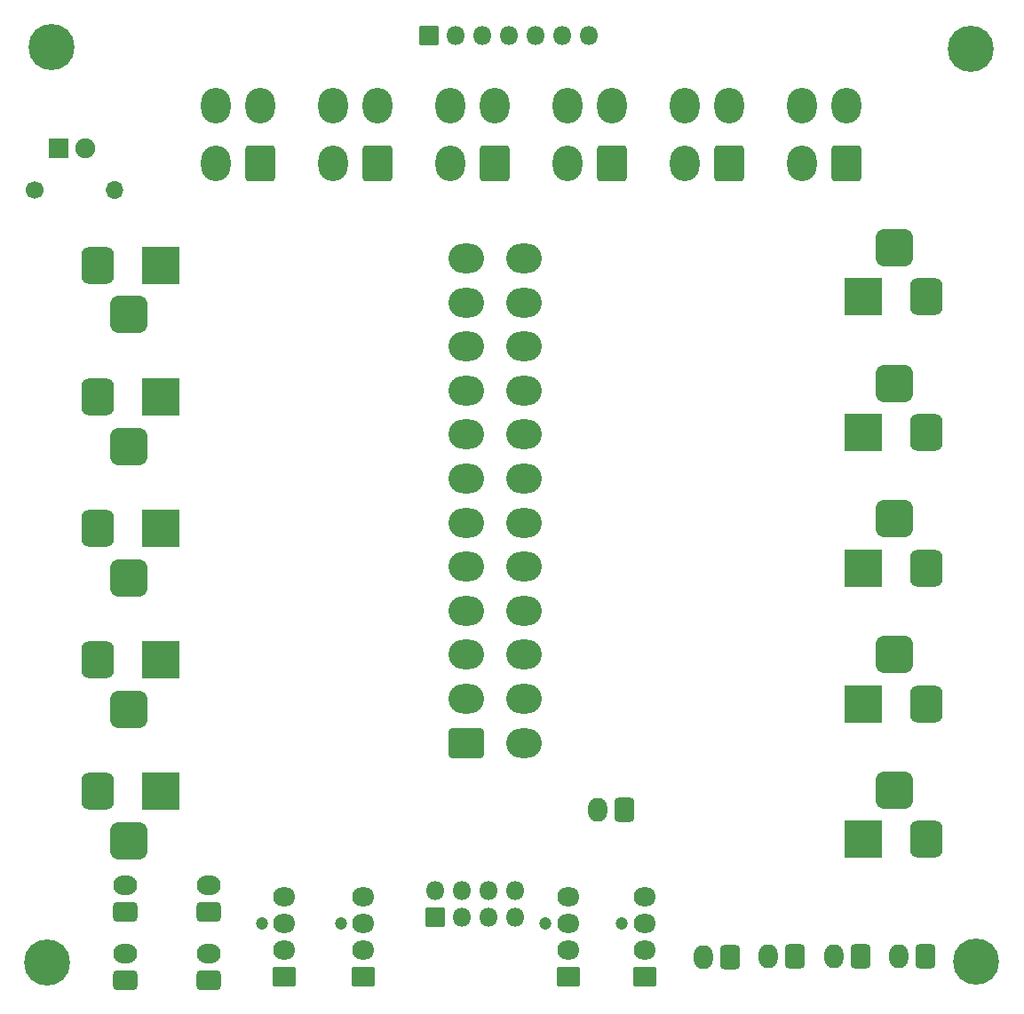
<source format=gbr>
%TF.GenerationSoftware,KiCad,Pcbnew,(6.0.9)*%
%TF.CreationDate,2023-01-10T01:38:09-09:00*%
%TF.ProjectId,ABSIS_Power Distribution Unit,41425349-535f-4506-9f77-657220446973,rev?*%
%TF.SameCoordinates,Original*%
%TF.FileFunction,Soldermask,Top*%
%TF.FilePolarity,Negative*%
%FSLAX46Y46*%
G04 Gerber Fmt 4.6, Leading zero omitted, Abs format (unit mm)*
G04 Created by KiCad (PCBNEW (6.0.9)) date 2023-01-10 01:38:09*
%MOMM*%
%LPD*%
G01*
G04 APERTURE LIST*
G04 Aperture macros list*
%AMRoundRect*
0 Rectangle with rounded corners*
0 $1 Rounding radius*
0 $2 $3 $4 $5 $6 $7 $8 $9 X,Y pos of 4 corners*
0 Add a 4 corners polygon primitive as box body*
4,1,4,$2,$3,$4,$5,$6,$7,$8,$9,$2,$3,0*
0 Add four circle primitives for the rounded corners*
1,1,$1+$1,$2,$3*
1,1,$1+$1,$4,$5*
1,1,$1+$1,$6,$7*
1,1,$1+$1,$8,$9*
0 Add four rect primitives between the rounded corners*
20,1,$1+$1,$2,$3,$4,$5,0*
20,1,$1+$1,$4,$5,$6,$7,0*
20,1,$1+$1,$6,$7,$8,$9,0*
20,1,$1+$1,$8,$9,$2,$3,0*%
G04 Aperture macros list end*
%ADD10RoundRect,0.050000X1.750000X1.750000X-1.750000X1.750000X-1.750000X-1.750000X1.750000X-1.750000X0*%
%ADD11RoundRect,0.800000X0.750000X1.000000X-0.750000X1.000000X-0.750000X-1.000000X0.750000X-1.000000X0*%
%ADD12RoundRect,0.925000X0.875000X0.875000X-0.875000X0.875000X-0.875000X-0.875000X0.875000X-0.875000X0*%
%ADD13RoundRect,0.050000X-1.750000X-1.750000X1.750000X-1.750000X1.750000X1.750000X-1.750000X1.750000X0*%
%ADD14RoundRect,0.800000X-0.750000X-1.000000X0.750000X-1.000000X0.750000X1.000000X-0.750000X1.000000X0*%
%ADD15RoundRect,0.925000X-0.875000X-0.875000X0.875000X-0.875000X0.875000X0.875000X-0.875000X0.875000X0*%
%ADD16RoundRect,0.300001X1.099999X1.399999X-1.099999X1.399999X-1.099999X-1.399999X1.099999X-1.399999X0*%
%ADD17O,2.800000X3.400000*%
%ADD18C,1.200000*%
%ADD19RoundRect,0.050000X1.015000X0.865000X-1.015000X0.865000X-1.015000X-0.865000X1.015000X-0.865000X0*%
%ADD20O,2.130000X1.830000*%
%ADD21RoundRect,0.300000X0.620000X0.845000X-0.620000X0.845000X-0.620000X-0.845000X0.620000X-0.845000X0*%
%ADD22O,1.840000X2.290000*%
%ADD23RoundRect,0.300001X1.399999X-1.099999X1.399999X1.099999X-1.399999X1.099999X-1.399999X-1.099999X0*%
%ADD24O,3.400000X2.800000*%
%ADD25RoundRect,0.050000X0.850000X-0.850000X0.850000X0.850000X-0.850000X0.850000X-0.850000X-0.850000X0*%
%ADD26O,1.800000X1.800000*%
%ADD27RoundRect,0.300000X0.845000X-0.620000X0.845000X0.620000X-0.845000X0.620000X-0.845000X-0.620000X0*%
%ADD28O,2.290000X1.840000*%
%ADD29RoundRect,0.050000X-0.900000X-0.900000X0.900000X-0.900000X0.900000X0.900000X-0.900000X0.900000X0*%
%ADD30C,1.900000*%
%ADD31C,1.700000*%
%ADD32O,1.700000X1.700000*%
%ADD33C,4.400000*%
G04 APERTURE END LIST*
D10*
%TO.C,J16*%
X81000000Y-27100000D03*
D11*
X87000000Y-27100000D03*
D12*
X84000000Y-22400000D03*
%TD*%
D10*
%TO.C,J17*%
X80975200Y-40028800D03*
D11*
X86975200Y-40028800D03*
D12*
X83975200Y-35328800D03*
%TD*%
D10*
%TO.C,J18*%
X80975200Y-52957600D03*
D11*
X86975200Y-52957600D03*
D12*
X83975200Y-48257600D03*
%TD*%
D10*
%TO.C,J19*%
X80975200Y-65886400D03*
D11*
X86975200Y-65886400D03*
D12*
X83975200Y-61186400D03*
%TD*%
D13*
%TO.C,J21*%
X14023600Y-24100000D03*
D14*
X8023600Y-24100000D03*
D15*
X11023600Y-28800000D03*
%TD*%
D13*
%TO.C,J22*%
X14023600Y-36635800D03*
D14*
X8023600Y-36635800D03*
D15*
X11023600Y-41335800D03*
%TD*%
D13*
%TO.C,J23*%
X14023600Y-49171600D03*
D14*
X8023600Y-49171600D03*
D15*
X11023600Y-53871600D03*
%TD*%
D13*
%TO.C,J24*%
X14023600Y-61707400D03*
D14*
X8023600Y-61707400D03*
D15*
X11023600Y-66407400D03*
%TD*%
D10*
%TO.C,J20*%
X80975200Y-78815200D03*
D11*
X86975200Y-78815200D03*
D12*
X83975200Y-74115200D03*
%TD*%
D13*
%TO.C,J25*%
X14023600Y-74243200D03*
D14*
X8023600Y-74243200D03*
D15*
X11023600Y-78943200D03*
%TD*%
D16*
%TO.C,J1*%
X23500000Y-14400000D03*
D17*
X19300000Y-14400000D03*
X23500000Y-8900000D03*
X19300000Y-8900000D03*
%TD*%
D16*
%TO.C,J2*%
X34680000Y-14400000D03*
D17*
X30480000Y-14400000D03*
X34680000Y-8900000D03*
X30480000Y-8900000D03*
%TD*%
D16*
%TO.C,J3*%
X45860000Y-14400000D03*
D17*
X41660000Y-14400000D03*
X45860000Y-8900000D03*
X41660000Y-8900000D03*
%TD*%
D16*
%TO.C,J4*%
X57040000Y-14400000D03*
D17*
X52840000Y-14400000D03*
X57040000Y-8900000D03*
X52840000Y-8900000D03*
%TD*%
D16*
%TO.C,J5*%
X68220000Y-14400000D03*
D17*
X64020000Y-14400000D03*
X68220000Y-8900000D03*
X64020000Y-8900000D03*
%TD*%
D16*
%TO.C,J6*%
X79400000Y-14400000D03*
D17*
X75200000Y-14400000D03*
X79400000Y-8900000D03*
X75200000Y-8900000D03*
%TD*%
D18*
%TO.C,J8*%
X23646400Y-86868000D03*
D19*
X25806400Y-91948000D03*
D20*
X25806400Y-89408000D03*
X25806400Y-86868000D03*
X25806400Y-84328000D03*
%TD*%
D18*
%TO.C,J9*%
X31198700Y-86868000D03*
D19*
X33358700Y-91948000D03*
D20*
X33358700Y-89408000D03*
X33358700Y-86868000D03*
X33358700Y-84328000D03*
%TD*%
D18*
%TO.C,J10*%
X50722800Y-86868000D03*
D19*
X52882800Y-91948000D03*
D20*
X52882800Y-89408000D03*
X52882800Y-86868000D03*
X52882800Y-84328000D03*
%TD*%
D18*
%TO.C,J11*%
X57987200Y-86868000D03*
D19*
X60147200Y-91948000D03*
D20*
X60147200Y-89408000D03*
X60147200Y-86868000D03*
X60147200Y-84328000D03*
%TD*%
D21*
%TO.C,J12*%
X68326000Y-90017600D03*
D22*
X65786000Y-90017600D03*
%TD*%
D21*
%TO.C,J13*%
X74523600Y-89966800D03*
D22*
X71983600Y-89966800D03*
%TD*%
D21*
%TO.C,J14*%
X80721200Y-89966800D03*
D22*
X78181200Y-89966800D03*
%TD*%
D21*
%TO.C,J15*%
X86969600Y-89966800D03*
D22*
X84429600Y-89966800D03*
%TD*%
D23*
%TO.C,J27*%
X43180000Y-69618800D03*
D24*
X43180000Y-65418800D03*
X43180000Y-61218800D03*
X43180000Y-57018800D03*
X43180000Y-52818800D03*
X43180000Y-48618800D03*
X43180000Y-44418800D03*
X43180000Y-40218800D03*
X43180000Y-36018800D03*
X43180000Y-31818800D03*
X43180000Y-27618800D03*
X43180000Y-23418800D03*
X48680000Y-69618800D03*
X48680000Y-65418800D03*
X48680000Y-61218800D03*
X48680000Y-57018800D03*
X48680000Y-52818800D03*
X48680000Y-48618800D03*
X48680000Y-44418800D03*
X48680000Y-40218800D03*
X48680000Y-36018800D03*
X48680000Y-31818800D03*
X48680000Y-27618800D03*
X48680000Y-23418800D03*
%TD*%
D25*
%TO.C,J26*%
X40182800Y-86207600D03*
D26*
X40182800Y-83667600D03*
X42722800Y-86207600D03*
X42722800Y-83667600D03*
X45262800Y-86207600D03*
X45262800Y-83667600D03*
X47802800Y-86207600D03*
X47802800Y-83667600D03*
%TD*%
D27*
%TO.C,J28*%
X18643600Y-85750400D03*
D28*
X18643600Y-83210400D03*
%TD*%
D27*
%TO.C,J29*%
X18592800Y-92252800D03*
D28*
X18592800Y-89712800D03*
%TD*%
D27*
%TO.C,J30*%
X10668000Y-85750400D03*
D28*
X10668000Y-83210400D03*
%TD*%
D27*
%TO.C,J31*%
X10617200Y-92252800D03*
D28*
X10617200Y-89712800D03*
%TD*%
D21*
%TO.C,J32*%
X58216800Y-75996800D03*
D22*
X55676800Y-75996800D03*
%TD*%
D25*
%TO.C,J7*%
X39640000Y-2200000D03*
D26*
X42180000Y-2200000D03*
X44720000Y-2200000D03*
X47260000Y-2200000D03*
X49800000Y-2200000D03*
X52340000Y-2200000D03*
X54880000Y-2200000D03*
%TD*%
D29*
%TO.C,PSU OK*%
X4260000Y-12900000D03*
D30*
X6800000Y-12900000D03*
%TD*%
D31*
%TO.C,R1*%
X1980000Y-16900000D03*
D32*
X9600000Y-16900000D03*
%TD*%
D33*
%TO.C,2*%
X3606800Y-3302000D03*
%TD*%
%TO.C,3*%
X91218800Y-3403600D03*
%TD*%
%TO.C,4*%
X3233200Y-90576400D03*
%TD*%
%TO.C,5*%
X91795600Y-90492800D03*
%TD*%
M02*

</source>
